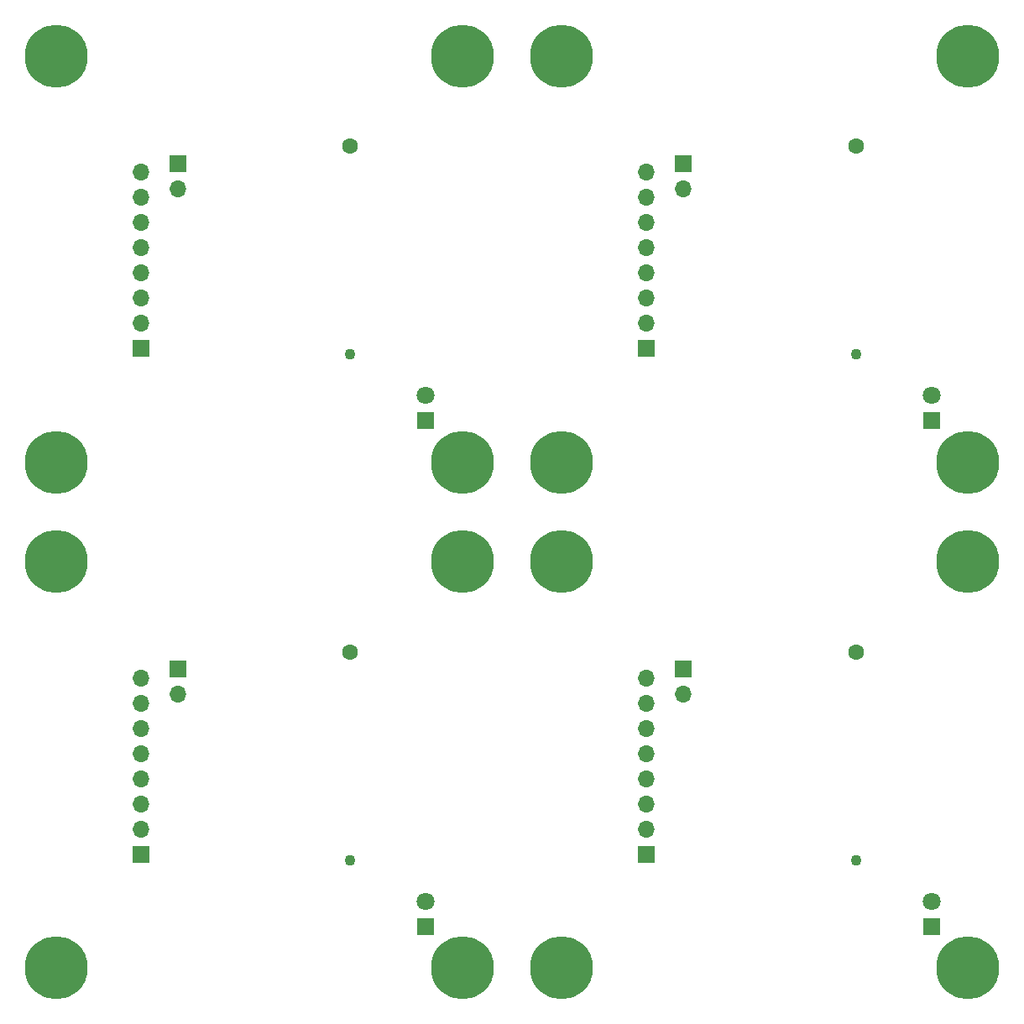
<source format=gbs>
%MOIN*%
%OFA0B0*%
%FSLAX46Y46*%
%IPPOS*%
%LPD*%
%ADD10C,0.25*%
%ADD11R,0.070866141732283464X0.070866141732283464*%
%ADD12C,0.070866141732283464*%
%ADD13C,0.062992125984251982*%
%ADD14C,0.043307086614173235*%
%ADD15R,0.066929133858267723X0.066929133858267723*%
%ADD16O,0.066929133858267723X0.066929133858267723*%
%ADD27C,0.25*%
%ADD28R,0.070866141732283464X0.070866141732283464*%
%ADD29C,0.070866141732283464*%
%ADD30C,0.062992125984251982*%
%ADD31C,0.043307086614173235*%
%ADD32R,0.066929133858267723X0.066929133858267723*%
%ADD33O,0.066929133858267723X0.066929133858267723*%
%ADD34C,0.25*%
%ADD35R,0.070866141732283464X0.070866141732283464*%
%ADD36C,0.070866141732283464*%
%ADD37C,0.062992125984251982*%
%ADD38C,0.043307086614173235*%
%ADD39R,0.066929133858267723X0.066929133858267723*%
%ADD40O,0.066929133858267723X0.066929133858267723*%
%ADD41C,0.25*%
%ADD42R,0.070866141732283464X0.070866141732283464*%
%ADD43C,0.070866141732283464*%
%ADD44C,0.062992125984251982*%
%ADD45C,0.043307086614173235*%
%ADD46R,0.066929133858267723X0.066929133858267723*%
%ADD47O,0.066929133858267723X0.066929133858267723*%
G01*
D10*
X-0000393700Y0002322834D02*
X0000157480Y0000157480D03*
X0001771653Y0000157480D03*
X0001771653Y0001771653D03*
X0000157480Y0001771653D03*
D11*
X0001626299Y0000322834D03*
D12*
X0001626299Y0000422834D03*
D13*
X0001326299Y0001413110D03*
D14*
X0001326299Y0000586338D03*
D15*
X0000496062Y0000610236D03*
D16*
X0000496062Y0000710236D03*
X0000496062Y0000810236D03*
X0000496062Y0000910236D03*
X0000496062Y0001010236D03*
X0000496062Y0001110236D03*
X0000496062Y0001210236D03*
X0000496062Y0001310236D03*
D15*
X0000642716Y0001345472D03*
D16*
X0000642716Y0001245472D03*
G04 next file*
G04 #@! TF.GenerationSoftware,KiCad,Pcbnew,(5.1.10)-1*
G04 #@! TF.CreationDate,2021-09-22T18:41:59-04:00*
G04 #@! TF.ProjectId,SD_CARD_X49,53445f43-4152-4445-9f58-34392e6b6963,1*
G04 #@! TF.SameCoordinates,Original*
G04 #@! TF.FileFunction,Soldermask,Bot*
G04 #@! TF.FilePolarity,Negative*
G04 Gerber Fmt 4.6, Leading zero omitted, Abs format (unit mm)*
G04 Created by KiCad (PCBNEW (5.1.10)-1) date 2021-09-22 18:41:59*
G01*
G04 APERTURE LIST*
G04 APERTURE END LIST*
D27*
X0001614173Y0002322834D02*
X0002165354Y0000157480D03*
X0003779527Y0000157480D03*
X0003779527Y0001771653D03*
X0002165354Y0001771653D03*
D28*
X0003634173Y0000322834D03*
D29*
X0003634173Y0000422834D03*
D30*
X0003334173Y0001413110D03*
D31*
X0003334173Y0000586338D03*
D32*
X0002503937Y0000610236D03*
D33*
X0002503937Y0000710236D03*
X0002503937Y0000810236D03*
X0002503937Y0000910236D03*
X0002503937Y0001010236D03*
X0002503937Y0001110236D03*
X0002503937Y0001210236D03*
X0002503937Y0001310236D03*
D32*
X0002650590Y0001345472D03*
D33*
X0002650590Y0001245472D03*
G04 next file*
G04 #@! TF.GenerationSoftware,KiCad,Pcbnew,(5.1.10)-1*
G04 #@! TF.CreationDate,2021-09-22T18:41:59-04:00*
G04 #@! TF.ProjectId,SD_CARD_X49,53445f43-4152-4445-9f58-34392e6b6963,1*
G04 #@! TF.SameCoordinates,Original*
G04 #@! TF.FileFunction,Soldermask,Bot*
G04 #@! TF.FilePolarity,Negative*
G04 Gerber Fmt 4.6, Leading zero omitted, Abs format (unit mm)*
G04 Created by KiCad (PCBNEW (5.1.10)-1) date 2021-09-22 18:41:59*
G01*
G04 APERTURE LIST*
G04 APERTURE END LIST*
D34*
X-0000393700Y0004330708D02*
X0000157480Y0002165354D03*
X0001771653Y0002165354D03*
X0001771653Y0003779527D03*
X0000157480Y0003779527D03*
D35*
X0001626299Y0002330708D03*
D36*
X0001626299Y0002430708D03*
D37*
X0001326299Y0003420984D03*
D38*
X0001326299Y0002594212D03*
D39*
X0000496062Y0002618110D03*
D40*
X0000496062Y0002718110D03*
X0000496062Y0002818110D03*
X0000496062Y0002918110D03*
X0000496062Y0003018110D03*
X0000496062Y0003118110D03*
X0000496062Y0003218110D03*
X0000496062Y0003318110D03*
D39*
X0000642716Y0003353346D03*
D40*
X0000642716Y0003253346D03*
G04 next file*
G04 #@! TF.GenerationSoftware,KiCad,Pcbnew,(5.1.10)-1*
G04 #@! TF.CreationDate,2021-09-22T18:41:59-04:00*
G04 #@! TF.ProjectId,SD_CARD_X49,53445f43-4152-4445-9f58-34392e6b6963,1*
G04 #@! TF.SameCoordinates,Original*
G04 #@! TF.FileFunction,Soldermask,Bot*
G04 #@! TF.FilePolarity,Negative*
G04 Gerber Fmt 4.6, Leading zero omitted, Abs format (unit mm)*
G04 Created by KiCad (PCBNEW (5.1.10)-1) date 2021-09-22 18:41:59*
G01*
G04 APERTURE LIST*
G04 APERTURE END LIST*
D41*
X0001614173Y0004330708D02*
X0002165354Y0002165354D03*
X0003779527Y0002165354D03*
X0003779527Y0003779527D03*
X0002165354Y0003779527D03*
D42*
X0003634173Y0002330708D03*
D43*
X0003634173Y0002430708D03*
D44*
X0003334173Y0003420984D03*
D45*
X0003334173Y0002594212D03*
D46*
X0002503937Y0002618110D03*
D47*
X0002503937Y0002718110D03*
X0002503937Y0002818110D03*
X0002503937Y0002918110D03*
X0002503937Y0003018110D03*
X0002503937Y0003118110D03*
X0002503937Y0003218110D03*
X0002503937Y0003318110D03*
D46*
X0002650590Y0003353346D03*
D47*
X0002650590Y0003253346D03*
M02*
</source>
